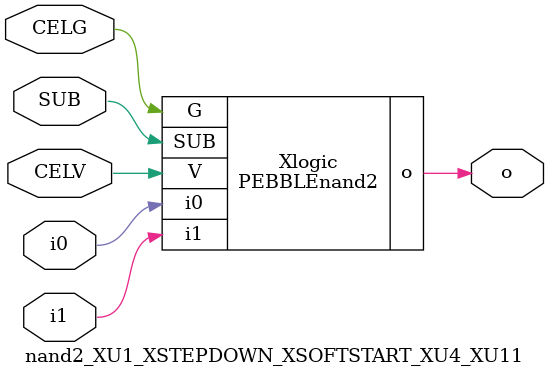
<source format=v>



module PEBBLEnand2 ( o, G, SUB, V, i0, i1 );

  input i0;
  input V;
  input i1;
  input G;
  output o;
  input SUB;
endmodule

//Celera Confidential Do Not Copy nand2_XU1_XSTEPDOWN_XSOFTSTART_XU4_XU11
//Celera Confidential Symbol Generator
//5V NAND2
module nand2_XU1_XSTEPDOWN_XSOFTSTART_XU4_XU11 (CELV,CELG,i0,i1,o,SUB);
input CELV;
input CELG;
input i0;
input i1;
input SUB;
output o;

//Celera Confidential Do Not Copy nand2
PEBBLEnand2 Xlogic(
.V (CELV),
.i0 (i0),
.i1 (i1),
.o (o),
.SUB (SUB),
.G (CELG)
);
//,diesize,PEBBLEnand2

//Celera Confidential Do Not Copy Module End
//Celera Schematic Generator
endmodule

</source>
